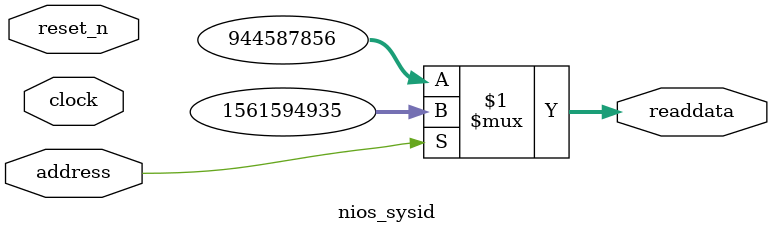
<source format=v>



// synthesis translate_off
`timescale 1ns / 1ps
// synthesis translate_on

// turn off superfluous verilog processor warnings 
// altera message_level Level1 
// altera message_off 10034 10035 10036 10037 10230 10240 10030 

module nios_sysid (
               // inputs:
                address,
                clock,
                reset_n,

               // outputs:
                readdata
             )
;

  output  [ 31: 0] readdata;
  input            address;
  input            clock;
  input            reset_n;

  wire    [ 31: 0] readdata;
  //control_slave, which is an e_avalon_slave
  assign readdata = address ? 1561594935 : 944587856;

endmodule



</source>
